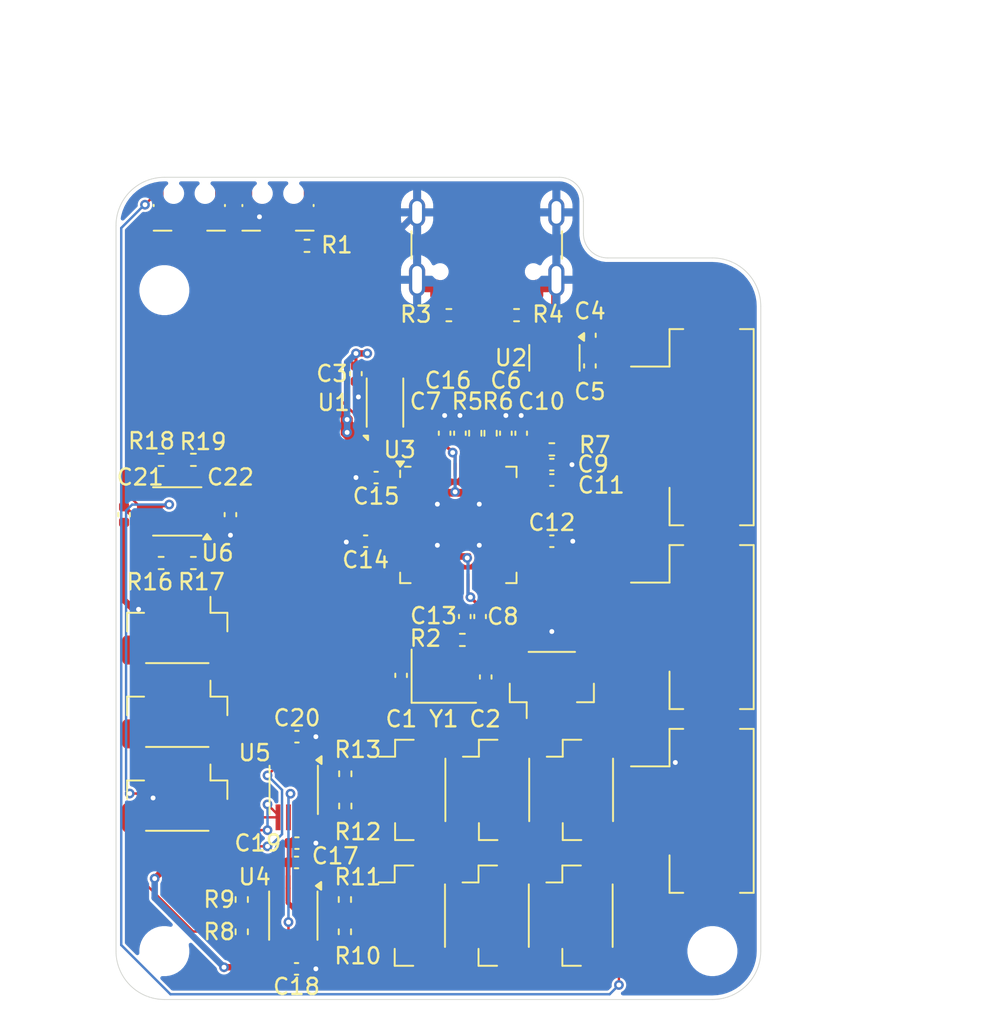
<source format=kicad_pcb>
(kicad_pcb (version 20240108) (generator "pcbnew") (generator_version "8.0")
  (layers (0 "F.Cu" signal) (31 "B.Cu" signal) (34 "B.Paste" user) (35 "F.Paste" user) (36 "B.SilkS" user "B.Silkscreen") (37 "F.SilkS" user "F.Silkscreen") (38 "B.Mask" user) (39 "F.Mask" user) (44 "Edge.Cuts" user))
  (net 0 "")
  (net 1 "GND")
  (net 3 "+5V")
  (net 4 "+3V3")
  (net 5 "+1V1")
  (net 6 "/3V3_ADC")
  (net 7 "/XIN")
  (net 8 "/USB_DP")
  (net 9 "/D+")
  (net 10 "/USB_DN")
  (net 11 "/D-")
  (net 12 "/QSPI_SS")
  (net 13 "/XOUT")
  (net 14 "/RUN")
  (net 16 "/QSPI_IO0")
  (net 17 "/QSPI_SCLK")
  (net 18 "/QSPI_IO1")
  (net 19 "/QSPI_IO2")
  (net 20 "/QSPI_IO3")
  (net 37 "/CC2")
  (net 38 "/CC1")
  (net 39 "/XOUT_NP")
  (net 40 "/BTSL")
  (net 41 "/SWDIO")
  (net 42 "/SWCLK")
  (net 43 "/TOP{slash}SCL")
  (net 44 "/TOP{slash}SDA")
  (net 45 "/BOT{slash}SCL")
  (net 46 "/BOT{slash}SDA")
  (net 47 "/MID{slash}SCL")
  (net 48 "/MID{slash}SDA")
  (net 50 "/TOP{slash}DOUT")
  (net 51 "/TOP{slash}SDOUT")
  (net 52 "/MID{slash}DOUT")
  (net 53 "/BOT{slash}DOUT")
  (net 54 "/I2C_E")
  (net 58 "/I2C1{slash}SCL")
  (net 59 "/I2C1{slash}SDA")
  (net 60 "/I2C0{slash}SCL")
  (net 61 "/I2C0{slash}SDA")
  (footprint "Resistor_SMD:R_0402_1005Metric" (layer "F.Cu") (at 121.225 87 -90)
    (property "Reference" "R13")
    (property "Value" "2.2k")
  )
  (footprint "Capacitor_SMD:C_0402_1005Metric" (layer "F.Cu") (at 136.4 61.7 90)
    (property "Reference" "C5")
    (property "Value" "2u2")
  )
  (footprint "Capacitor_SMD:C_0402_1005Metric" (layer "F.Cu") (at 129.5875 77.245 -90)
    (property "Reference" "C8")
    (property "Value" "100n")
  )
  (footprint "Capacitor_SMD:C_0402_1005Metric" (layer "F.Cu") (at 136.4 59.8 -90)
    (property "Reference" "C4")
    (property "Value" "2u2")
  )
  (footprint "Package_TO_SOT_SMD:SOT-23-5" (layer "F.Cu") (at 134.2 61.2 -90)
    (property "Reference" "U2")
    (property "Value" "TLV75733PDBV")
  )
  (footprint "Capacitor_SMD:C_0402_1005Metric" (layer "F.Cu") (at 134.0375 68.775)
    (property "Reference" "C11")
    (property "Value" "100n")
  )
  (footprint "woodpecker:JST_SH_BM04B-SRSS-TB_1x04-1MP_P1.00mm_Vertical" (layer "F.Cu") (at 135.8 95.8 -90)
    (property "Reference" "J6" (hide yes))
    (property "Value" "JST SH 4")
  )
  (footprint "Resistor_SMD:R_0402_1005Metric" (layer "F.Cu") (at 111.8 73.925 180)
    (property "Reference" "R17")
    (property "Value" "2.2k")
  )
  (footprint "Package_SO:SSOP-8_2.95x2.8mm_P0.65mm" (layer "F.Cu") (at 118.025 88 -90)
    (property "Reference" "U5")
    (property "Value" "TCA9406DCTR")
  )
  (footprint "Connector_USB:USB_C_Receptacle_GCT_USB4105-xx-A_16P_TopMnt_Horizontal" (layer "F.Cu") (at 130 53.25 180)
    (property "Reference" "J1" (hide yes))
    (property "Value" "USB_C_Receptacle_USB2.0_16P")
  )
  (footprint "Capacitor_SMD:C_0402_1005Metric" (layer "F.Cu") (at 118.2 92.5)
    (property "Reference" "C17")
    (property "Value" "100n")
  )
  (footprint "Capacitor_SMD:C_0402_1005Metric" (layer "F.Cu") (at 118.2 99.1)
    (property "Reference" "C18")
    (property "Value" "100n")
  )
  (footprint "Capacitor_SMD:C_0402_1005Metric" (layer "F.Cu") (at 114.1 70.925 -90)
    (property "Reference" "C22")
    (property "Value" "100n")
  )
  (footprint "Resistor_SMD:R_0402_1005Metric" (layer "F.Cu") (at 131.85 58.55)
    (property "Reference" "R4")
    (property "Value" "5.1k")
  )
  (footprint "Resistor_SMD:R_0402_1005Metric" (layer "F.Cu") (at 121.2 96.8 90)
    (property "Reference" "R10")
    (property "Value" "2.2k")
  )
  (footprint "woodpecker:JST_PH_B3B-PH-SM4-TB_1x03-1MP_P2.00mm_Vertical" (layer "F.Cu") (at 142.2 77.9 -90)
    (property "Reference" "J13" (hide yes))
    (property "Value" "JST PH 3")
  )
  (footprint "Capacitor_SMD:C_0402_1005Metric" (layer "F.Cu") (at 132.1375 65.875 90)
    (property "Reference" "C10")
    (property "Value" "2u2")
  )
  (footprint "Resistor_SMD:R_0402_1005Metric" (layer "F.Cu") (at 121.2 94.8 -90)
    (property "Reference" "R11")
    (property "Value" "2.2k")
  )
  (footprint "Resistor_SMD:R_0402_1005Metric" (layer "F.Cu") (at 111.8 67.525 180)
    (property "Reference" "R19")
    (property "Value" "5.1k")
  )
  (footprint "woodpecker:JST_PH_B4B-PH-SM4-TB_1x04-1MP_P2.00mm_Vertical" (layer "F.Cu") (at 142.2 65.5 -90)
    (property "Reference" "J12" (hide yes))
    (property "Value" "JST PH 4")
  )
  (footprint "woodpecker:JST_SH_BM04B-SRSS-TB_1x04-1MP_P1.00mm_Vertical" (layer "F.Cu") (at 110.8 88.525 180)
    (property "Reference" "J4" (hide yes))
    (property "Value" "JST SH 4")
  )
  (footprint "woodpecker:JST_SH_BM04B-SRSS-TB_1x04-1MP_P1.00mm_Vertical" (layer "F.Cu") (at 130.625 88 -90)
    (property "Reference" "J10" (hide yes))
    (property "Value" "JST SH 4")
  )
  (footprint "woodpecker:JST_SH_BM04B-SRSS-TB_1x04-1MP_P1.00mm_Vertical" (layer "F.Cu") (at 125.425 88 -90)
    (property "Reference" "J11" (hide yes))
    (property "Value" "JST SH 4")
  )
  (footprint "Capacitor_SMD:C_0402_1005Metric" (layer "F.Cu") (at 123.1375 68.625 180)
    (property "Reference" "C15")
    (property "Value" "100n")
  )
  (footprint "Capacitor_SMD:C_0402_1005Metric" (layer "F.Cu") (at 118.225 91.3)
    (property "Reference" "C19")
    (property "Value" "100n")
  )
  (footprint "MountingHole:MountingHole_2.7mm_M2.5" (layer "F.Cu") (at 110 98)
    (property "Reference" "REF**" (hide yes))
    (property "Value" "MountingHole_2.7mm_M2.5")
  )
  (footprint "woodpecker:JST_SH_BM04B-SRSS-TB_1x04-1MP_P1.00mm_Vertical" (layer "F.Cu") (at 130.6 95.8 -90)
    (property "Reference" "J8" (hide yes))
    (property "Value" "JST SH 4")
  )
  (footprint "Resistor_SMD:R_0402_1005Metric" (layer "F.Cu") (at 109.8 73.925)
    (property "Reference" "R16")
    (property "Value" "2.2k")
  )
  (footprint "Resistor_SMD:R_0402_1005Metric" (layer "F.Cu") (at 130.2375 65.875 90)
    (property "Reference" "R6")
    (property "Value" "27")
  )
  (footprint "Package_SO:SSOP-8_2.95x2.8mm_P0.65mm" (layer "F.Cu") (at 118 95.8 -90)
    (property "Reference" "U4")
    (property "Value" "TCA9406DCTR")
  )
  (footprint "Capacitor_SMD:C_0402_1005Metric" (layer "F.Cu") (at 124.6875 80.895 90)
    (property "Reference" "C1")
    (property "Value" "15p")
  )
  (footprint "woodpecker:JST_SH_BM04B-SRSS-TB_1x04-1MP_P1.00mm_Vertical" (layer "F.Cu") (at 110.8 78.125 180)
    (property "Reference" "J5" (hide yes))
    (property "Value" "JST SH 4")
  )
  (footprint "woodpecker:JST_PH_B3B-PH-SM4-TB_1x03-1MP_P2.00mm_Vertical" (layer "F.Cu") (at 142.2 89.3 -90)
    (property "Reference" "J14" (hide yes))
    (property "Value" "JST PH 3")
  )
  (footprint "Button_Switch_SMD:SW_SPST_CK_KMS2xxGP" (layer "F.Cu") (at 117.05 51.75 180)
    (property "Reference" "BOOTSEL1" (hide yes))
    (property "Value" "CK_KMS2xxG")
  )
  (footprint "MountingHole:MountingHole_2.7mm_M2.5" (layer "F.Cu") (at 144 98)
    (property "Reference" "REF**" (hide yes))
    (property "Value" "MountingHole_2.7mm_M2.5")
  )
  (footprint "woodpecker:JST_SH_BM04B-SRSS-TB_1x04-1MP_P1.00mm_Vertical" (layer "F.Cu") (at 135.825 88 -90)
    (property "Reference" "J9" (hide yes))
    (property "Value" "JST SH 4")
  )
  (footprint "Capacitor_SMD:C_0402_1005Metric" (layer "F.Cu") (at 107.5 70.925 -90)
    (property "Reference" "C21")
    (property "Value" "100n")
  )
  (footprint "Resistor_SMD:R_0402_1005Metric" (layer "F.Cu") (at 121.225 89 90)
    (property "Reference" "R12")
    (property "Value" "2.2k")
  )
  (footprint "woodpecker:JST_SH_BM04B-SRSS-TB_1x04-1MP_P1.00mm_Vertical" (layer "F.Cu") (at 125.4 95.8 -90)
    (property "Reference" "J7" (hide yes))
    (property "Value" "JST SH 4")
  )
  (footprint "Capacitor_SMD:C_0402_1005Metric" (layer "F.Cu") (at 122.4875 72.575 180)
    (property "Reference" "C14")
    (property "Value" "100n")
  )
  (footprint "Capacitor_SMD:C_0402_1005Metric" (layer "F.Cu") (at 131.1875 65.875 90)
    (property "Reference" "C6")
    (property "Value" "2u2")
  )
  (footprint "Resistor_SMD:R_0402_1005Metric" (layer "F.Cu") (at 118.85 54.25)
    (property "Reference" "R1")
    (property "Value" "1k")
  )
  (footprint "Capacitor_SMD:C_0402_1005Metric" (layer "F.Cu") (at 118.225 84.7)
    (property "Reference" "C20")
    (property "Value" "100n")
  )
  (footprint "Resistor_SMD:R_0402_1005Metric" (layer "F.Cu") (at 129.2875 65.875 -90)
    (property "Reference" "R5")
    (property "Value" "27")
  )
  (footprint "Capacitor_SMD:C_0402_1005Metric" (layer "F.Cu") (at 121.8825 62.18 -90)
    (property "Reference" "C3")
    (property "Value" "100n")
  )
  (footprint "Capacitor_SMD:C_0402_1005Metric" (layer "F.Cu") (at 134.0375 72.575)
    (property "Reference" "C12")
    (property "Value" "100n")
  )
  (footprint "Resistor_SMD:R_0402_1005Metric" (layer "F.Cu") (at 114.8 96.8 90)
    (property "Reference" "R8")
    (property "Value" "5.1k")
  )
  (footprint "Capacitor_SMD:C_0402_1005Metric" (layer "F.Cu") (at 129.9375 80.995 -90)
    (property "Reference" "C2")
    (property "Value" "15p")
  )
  (footprint "MountingHole:MountingHole_2.7mm_M2.5" (layer "F.Cu") (at 110 57)
    (property "Reference" "REF**" (hide yes))
    (property "Value" "MountingHole_2.7mm_M2.5")
  )
  (footprint "Resistor_SMD:R_0402_1005Metric" (layer "F.Cu") (at 109.8 67.525)
    (property "Reference" "R18")
    (property "Value" "5.1k")
  )
  (footprint "woodpecker:JST_SH_BM03B-SRSS-TB_1x03-1MP_P1.00mm_Vertical" (layer "F.Cu") (at 134.0375 81.45)
    (property "Reference" "J2" (hide yes))
    (property "Value" "JST SH 3")
  )
  (footprint "Button_Switch_SMD:SW_SPST_CK_KMS2xxGP" (layer "F.Cu") (at 111.55 51.75 180)
    (property "Reference" "RESET1" (hide yes))
    (property "Value" "CK_KMS2xxG")
  )
  (footprint "Resistor_SMD:R_0402_1005Metric" (layer "F.Cu") (at 114.8 94.8 -90)
    (property "Reference" "R9")
    (property "Value" "5.1k")
  )
  (footprint "Package_SON:Winbond_USON-8-1EP_3x2mm_P0.5mm_EP0.2x1.6mm" (layer "F.Cu") (at 123.6875 63.975 90)
    (property "Reference" "U1")
    (property "Value" "W25Q16JVUXIQ")
  )
  (footprint "Capacitor_SMD:C_0402_1005Metric" (layer "F.Cu") (at 127.3875 65.875 90)
    (property "Reference" "C7")
    (property "Value" "100n")
  )
  (footprint "Resistor_SMD:R_0402_1005Metric" (layer "F.Cu") (at 127.65 58.55 180)
    (property "Reference" "R3")
    (property "Value" "5.1k")
  )
  (footprint "Crystal:Crystal_SMD_3225-4Pin_3.2x2.5mm" (layer "F.Cu") (at 127.3375 80.945)
    (property "Reference" "Y1")
    (property "Value" "ABM8-272-T3")
  )
  (footprint "Capacitor_SMD:C_0402_1005Metric" (layer "F.Cu") (at 128.6375 77.245 -90)
    (property "Reference" "C13")
    (property "Value" "100n")
  )
  (footprint "Capacitor_SMD:C_0402_1005Metric" (layer "F.Cu") (at 128.3375 65.875 90)
    (property "Reference" "C16")
    (property "Value" "100n")
  )
  (footprint "Resistor_SMD:R_0402_1005Metric" (layer "F.Cu") (at 134.0375 66.875 180)
    (property "Reference" "R7")
    (property "Value" "200")
  )
  (footprint "woodpecker:JST_SH_BM04B-SRSS-TB_1x04-1MP_P1.00mm_Vertical" (layer "F.Cu") (at 110.8 83.325 180)
    (property "Reference" "J3" (hide yes))
    (property "Value" "JST SH 4")
  )
  (footprint "Capacitor_SMD:C_0402_1005Metric" (layer "F.Cu") (at 134.0375 67.825)
    (property "Reference" "C9")
    (property "Value" "2u2")
  )
  (footprint "Resistor_SMD:R_0402_1005Metric" (layer "F.Cu") (at 128.4875 78.695)
    (property "Reference" "R2")
    (property "Value" "1k")
  )
  (footprint "Package_SO:SSOP-8_2.95x2.8mm_P0.65mm" (layer "F.Cu") (at 110.8 70.725 180)
    (property "Reference" "U6")
    (property "Value" "TCA9406DCTR")
  )
  (footprint "Package_DFN_QFN:QFN-56-1EP_7x7mm_P0.4mm_EP3.2x3.2mm" (layer "F.Cu") (at 128.2375 71.5625)
    (property "Reference" "U3")
    (property "Value" "RP2040")
  )
  (gr_arc (start 144 55) (mid 146.12132 55.87868) (end 147 58) (stroke (width 0.05)) (layer "Edge.Cuts"))
  (gr_arc (start 134.5 50) (mid 135.56066 50.43934) (end 136 51.5) (stroke (width 0.05)) (layer "Edge.Cuts"))
  (gr_line (start 137.5 55) (end 144 55) (stroke (width 0.05)) (layer "Edge.Cuts"))
  (gr_line (start 144 101) (end 110 101) (stroke (width 0.05)) (layer "Edge.Cuts"))
  (gr_line (start 136 51.5) (end 136 53.5) (stroke (width 0.05)) (layer "Edge.Cuts"))
  (gr_arc (start 137.5 55) (mid 136.43934 54.56066) (end 136 53.5) (stroke (width 0.05)) (layer "Edge.Cuts"))
  (gr_arc (start 107 53) (mid 107.87868 50.87868) (end 110 50) (stroke (width 0.05)) (layer "Edge.Cuts"))
  (gr_arc (start 147 98) (mid 146.12132 100.12132) (end 144 101) (stroke (width 0.05)) (layer "Edge.Cuts"))
  (gr_line (start 107 98) (end 107 53) (stroke (width 0.05)) (layer "Edge.Cuts"))
  (gr_line (start 147 58) (end 147 98) (stroke (width 0.05)) (layer "Edge.Cuts"))
  (gr_arc (start 110 101) (mid 107.87868 100.12132) (end 107 98) (stroke (width 0.05)) (layer "Edge.Cuts"))
  (gr_line (start 110 50) (end 134.5 50) (stroke (width 0.05)) (layer "Edge.Cuts"))
  (segment (start 118.68 99.1) (end 119.4 99.1) (width 0.4) (layer "F.Cu") (net 1))
  (segment (start 107.5 76.225) (end 108.075 76.8) (width 0.4) (layer "F.Cu") (net 1))
  (segment (start 118.325 92.855) (end 118.68 92.5) (width 0.3) (layer "F.Cu") (net 1))
  (segment (start 121.9575 72.625) (end 122.0075 72.575) (width 0.4) (layer "F.Cu") (net 1))
  (segment (start 129.9375 81.475) (end 128.7575 81.475) (width 0.4) (layer "F.Cu") (net 1))
  (segment (start 134.2 60.0625) (end 134.2 60.736262) (width 0.4) (layer "F.Cu") (net 1))
  (segment (start 126.8 58.21) (end 127.14 58.55) (width 0.4) (layer "F.Cu") (net 1))
  (segment (start 134.2 56.475) (end 134.32 56.355) (width 0.4) (layer "F.Cu") (net 1))
  (segment (start 129.9375 81.475) (end 129.9375 82.695) (width 0.4) (layer "F.Cu") (net 1))
  (segment (start 137.02 61.22) (end 136.4 61.22) (width 0.4) (layer "F.Cu") (net 1))
  (segment (start 134.5175 67.825) (end 134.5175 68.775) (width 0.4) (layer "F.Cu") (net 1))
  (segment (start 126.8 56.93) (end 126.8 58.21) (width 0.4) (layer "F.Cu") (net 1))
  (segment (start 122.35 53.2) (end 124.655 53.2) (width 0.4) (layer "F.Cu") (net 1))
  (segment (start 118.705 92.475) (end 118.68 92.5) (width 0.4) (layer "F.Cu") (net 1))
  (segment (start 115.8 52.55) (end 115.9 52.45) (width 0.4) (layer "F.Cu") (net 1))
  (segment (start 126.2375 78.395) (end 126.2375 80.095) (width 0.2) (layer "F.Cu") (net 1))
  (segment (start 115 52.55) (end 115.8 52.55) (width 0.4) (layer "F.Cu") (net 1))
  (segment (start 128.6375 77.725) (end 129.5875 77.725) (width 0.4) (layer "F.Cu") (net 1))
  (segment (start 125.9175 80.415) (end 126.2375 80.095) (width 0.4) (layer "F.Cu") (net 1))
  (segment (start 134.683738 61.22) (end 136.4 61.22) (width 0.4) (layer "F.Cu") (net 1))
  (segment (start 119.4 99.1) (end 123.3 99.1) (width 0.4) (layer "F.Cu") (net 1))
  (segment (start 141.7 62.5) (end 138.3 62.5) (width 0.4) (layer "F.Cu") (net 1))
  (segment (start 123.9375 80.795) (end 124.3175 80.415) (width 0.4) (layer "F.Cu") (net 1))
  (segment (start 124.1 90.525) (end 124.1 89.5) (width 0.4) (layer "F.Cu") (net 1))
  (segment (start 113.6 52.55) (end 115 52.55) (width 0.4) (layer "F.Cu") (net 1))
  (segment (start 118.705 84.7) (end 119.4 84.7) (width 0.3) (layer "F.Cu") (net 1))
  (segment (start 134.2 60.0625) (end 134.2 56.475) (width 0.4) (layer "F.Cu") (net 1))
  (segment (start 133.2 56.93) (end 133.745 56.93) (width 0.4) (layer "F.Cu") (net 1))
  (segment (start 134.5175 72.575) (end 135.3375 72.575) (width 0.4) (layer "F.Cu") (net 1))
  (segment (start 124.655 53.2) (end 125.68 52.175) (width 0.4) (layer "F.Cu") (net 1))
  (segment (start 121.8875 68.625) (end 122.6575 68.625) (width 0.4) (layer "F.Cu") (net 1))
  (segment (start 124.3175 80.415) (end 124.6875 80.415) (width 0.4) (layer "F.Cu") (net 1))
  (segment (start 108.075 76.8) (end 109.3 76.8) (width 0.4) (layer "F.Cu") (net 1))
  (segment (start 134.0375 83.549999) (end 133.687499 83.9) (width 0.4) (layer "F.Cu") (net 1))
  (segment (start 134.0375 82.775) (end 134.0375 83.549999) (width 0.4) (layer "F.Cu") (net 1))
  (segment (start 114.1 71.405) (end 114.1 72.2) (width 0.3) (layer "F.Cu") (net 1))
  (segment (start 133.2 56.93) (end 133.2 58.2) (width 0.4) (layer "F.Cu") (net 1))
  (segment (start 133.2 58.2) (end 132.85 58.55) (width 0.4) (layer "F.Cu") (net 1))
  (segment (start 109.3 87.2) (end 109.3 82) (width 0.4) (layer "F.Cu") (net 1))
  (segment (start 124.075 97.3) (end 129.275 97.3) (width 0.4) (layer "F.Cu") (net 1))
  (segment (start 124.075 98.325) (end 124.075 97.3) (width 0.4) (layer "F.Cu") (net 1))
  (segment (start 130.5975 78.735) (end 129.5875 77.725) (width 0.4) (layer "F.Cu") (net 1))
  (segment (start 126.255 56.93) (end 125.68 56.355) (width 0.4) (layer "F.Cu") (net 1))
  (segment (start 121.8825 63.47) (end 122.0375 63.625) (width 0.4) (layer "F.Cu") (net 1))
  (segment (start 129.5875 83.045) (end 124.4875 83.045) (width 0.4) (layer "F.Cu") (net 1))
  (segment (start 124.4375 64.950001) (end 124.062499 64.575) (width 0.2) (layer "F.Cu") (net 1))
  (segment (start 113.745 71.05) (end 114.1 71.405) (width 0.3) (layer "F.Cu") (net 1))
  (segment (start 123.3 99.1) (end 124.075 98.325) (width 0.4) (layer "F.Cu") (net 1))
  (segment (start 133.687499 83.9) (end 131.3375 83.9) (width 0.4) (layer "F.Cu") (net 1))
  (segment (start 141.7 73.8) (end 141.7 75.9) (width 0.4) (layer "F.Cu") (net 1))
  (segment (start 118.325 94.1) (end 118.325 92.855) (width 0.3) (layer "F.Cu") (net 1))
  (segment (start 134.2 60.736262) (end 134.683738 61.22) (width 0.4) (layer "F.Cu") (net 1))
  (segment (start 121.8825 62.66) (end 121.8825 63.47) (width 0.4) (layer "F.Cu") (net 1))
  (segment (start 122.0375 64.275) (end 122.0375 63.625) (width 0.2) (layer "F.Cu") (net 1))
  (segment (start 131.3375 83.9) (end 129.9375 82.5) (width 0.4) (layer "F.Cu") (net 1))
  (segment (start 121.2875 72.625) (end 121.9575 72.625) (width 0.4) (layer "F.Cu") (net 1))
  (segment (start 107.5 71.405) (end 107.5 76.225) (width 0.4) (layer "F.Cu") (net 1))
  (segment (start 124.6875 80.415) (end 125.9175 80.415) (width 0.4) (layer "F.Cu") (net 1))
  (segment (start 133.745 56.93) (end 134.32 56.355) (width 0.4) (layer "F.Cu") (net 1))
  (segment (start 126.8 56.93) (end 126.255 56.93) (width 0.4) (layer "F.Cu") (net 1))
  (segment (start 124.1 89.5) (end 129.3 89.5) (width 0.4) (layer "F.Cu") (net 1))
  (segment (start 136.4 60.28) (end 136.4 61.22) (width 0.4) (layer "F.Cu") (net 1))
  (segment (start 109.3 82) (end 109.3 76.8) (width 0.4) (layer "F.Cu") (net 1))
  (segment (start 118.35 85.055) (end 118.705 84.7) (width 0.3) (layer "F.Cu") (net 1))
  (segment (start 118.705 91.3) (end 119.4 91.3) (width 0.4) (layer "F.Cu") (net 1))
  (segment (start 127.3875 64.775) (end 127.3875 65.395) (width 0.4) (layer "F.Cu") (net 1))
  (segment (start 128.7575 81.475) (end 128.4375 81.795) (width 0.4) (layer "F.Cu") (net 1))
  (segment (start 131.1875 65.395) (end 131.1875 64.775) (width 0.4) (layer "F.Cu") (net 1))
  (segment (start 130.325 81.475) (end 130.5975 81.2025) (width 0.4) (layer "F.Cu") (net 1))
  (segment (start 140.475 72.575) (end 141.7 73.8) (width 0.4) (layer "F.Cu") (net 1))
  (segment (start 124.062499 64.575) (end 122.3375 64.575) (width 0.2) (layer "F.Cu") (net 1))
  (segment (start 135.2875 67.825) (end 134.5175 67.825) (width 0.4) (layer "F.Cu") (net 1))
  (segment (start 118.35 86.3) (end 118.35 85.055) (width 0.3) (layer "F.Cu") (net 1))
  (segment (start 127.2375 75) (end 127.2375 77.395) (width 0.2) (layer "F.Cu") (net 1))
  (segment (start 124.4375 65.4) (end 124.4375 64.950001) (width 0.2) (layer "F.Cu") (net 1))
  (segment (start 138.3 62.5) (end 137.02 61.22) (width 0.4) (layer "F.Cu") (net 1))
  (segment (start 132.85 58.55) (end 132.36 58.55) (width 0.4) (layer "F.Cu") (net 1))
  (segment (start 132.1375 64.775) (end 132.1375 65.395) (width 0.4) (layer "F.Cu") (net 1))
  (segment (start 129.275 97.3) (end 134.475 97.3) (width 0.4) (layer "F.Cu") (net 1))
  (segment (start 128.3375 64.775) (end 128.3375 65.395) (width 0.4) (layer "F.Cu") (net 1))
  (segment (start 109.5 52.55) (end 113.6 52.55) (width 0.4) (layer "F.Cu") (net 1))
  (segment (start 141.7 87.3) (end 141.7 86.3) (width 0.4) (layer "F.Cu") (net 1))
  (segment (start 123.325 91.3) (end 124.1 90.525) (width 0.4) (layer "F.Cu") (net 1))
  (segment (start 124.4875 83.045) (end 123.9375 82.495) (width 0.4) (layer "F.Cu") (net 1))
  (segment (start 123.9375 82.495) (end 123.9375 80.795) (width 0.4) (layer "F.Cu") (net 1))
  (segment (start 134.0375 78.175) (end 134.0375 82.775) (width 0.4) (layer "F.Cu") (net 1))
  (segment (start 112.5 71.05) (end 113.745 71.05) (width 0.3) (layer "F.Cu") (net 1))
  (segment (start 122.3375 64.575) (end 122.0375 64.275) (width 0.2) (layer "F.Cu") (net 1))
  (segment (start 108.4 76.8) (end 109.3 76.8) (width 0.4) (layer "F.Cu") (net 1))
  (segment (start 119.4 91.3) (end 123.325 91.3) (width 0.4) (layer "F.Cu") (net 1))
  (segment (start 118.705 91.3) (end 118.705 92.475) (width 0.4) (layer "F.Cu") (net 1))
  (segment (start 127.2375 77.395) (end 126.2375 78.395) (width 0.2) (layer "F.Cu") (net 1))
  (segment (start 134.5 89.5) (end 129.3 89.5) (width 0.4) (layer "F.Cu") (net 1))
  (segment (start 130.5975 81.2025) (end 130.5975 78.735) (width 0.4) (layer "F.Cu") (net 1))
  (segment (start 109.3 87.2) (end 109.3 88.5) (width 0.4) (layer "F.Cu") (net 1))
  (segment (start 129.9375 81.475) (end 130.325 81.475) (width 0.4) (layer "F.Cu") (net 1))
  (segment (start 129.9375 82.695) (end 129.5875 83.045) (width 0.4) (layer "F.Cu") (net 1))
  (segment (start 135.3375 72.575) (end 140.475 72.575) (width 0.4) (layer "F.Cu") (net 1))
  (via (at 114.1 72.2) (size 0.6) (drill 0.3) (layers "F.Cu" "B.Cu") (net 1))
  (via (at 126.9375 72.825) (size 0.6) (drill 0.3) (layers "F.Cu" "B.Cu") (net 1))
  (via (at 132.1375 64.775) (size 0.6) (drill 0.3) (layers "F.Cu" "B.Cu") (net 1))
  (via (at 131.1875 64.775) (size 0.6) (drill 0.3) (layers "F.Cu" "B.Cu") (net 1))
  (via (at 121.8875 68.625) (size 0.6) (drill 0.3) (layers "F.Cu" "B.Cu") (net 1))
  (via (at 129.5375 70.275) (size 0.6) (drill 0.3) (layers "F.Cu" "B.Cu") (net 1))
  (via (at 108.4 76.8) (size 0.6) (drill 0.3) (layers "F.Cu" "B.Cu") (net 1))
  (via (at 141.7 86.3) (size 0.6) (drill 0.3) (layers "F.Cu" "B.Cu") (net 1))
  (via (at 128.3375 64.775) (size 0.6) (drill 0.3) (layers "F.Cu" "B.Cu") (net 1))
  (via (at 135.2875 67.825) (size 0.6) (drill 0.3) (layers "F.Cu" "B.Cu") (net 1))
  (via (at 135.3375 72.575) (size 0.6) (drill 0.3) (layers "F.Cu" "B.Cu") (net 1))
  (via (at 119.4 84.7) (size 0.6) (drill 0.3) (layers "F.Cu" "B.Cu") (net 1))
  (via (at 119.4 99.1) (size 0.6) (drill 0.3) (layers "F.Cu" "B.Cu") (net 1))
  (via (at 134.0375 78.175) (size 0.6) (drill 0.3) (layers "F.Cu" "B.Cu") (net 1))
  (via (at 115.9 52.45) (size 0.6) (drill 0.3) (layers "F.Cu" "B.Cu") (net 1))
  (via (at 121.2875 72.625) (size 0.6) (drill 0.3) (layers "F.Cu" "B.Cu") (net 1))
  (via (at 109.3 88.5) (size 0.6) (drill 0.3) (layers "F.Cu" "B.Cu") (net 1))
  (via (at 129.5375 72.825) (size 0.6) (drill 0.3) (layers "F.Cu" "B.Cu") (net 1))
  (via (at 119.4 91.3) (size 0.6) (drill 0.3) (layers "F.Cu" "B.Cu") (net 1))
  (via (at 122.0375 63.625) (size 0.6) (drill 0.3) (layers "F.Cu" "B.Cu") (net 1))
  (via (at 127.3875 64.775) (size 0.6) (drill 0.3) (layers "F.Cu" "B.Cu") (net 1))
  (via (at 126.9375 70.275) (size 0.6) (drill 0.3) (layers "F.Cu" "B.Cu") (net 1))
  (segment (start 119.4 99.1) (end 119.4 91.3) (width 0.3) (layer "B.Cu") (net 1))
  (segment (start 132.5575 64.355) (end 132.1375 64.775) (width 0.4) (layer "B.Cu") (net 1))
  (segment (start 129.5375 72.825) (end 126.9375 72.825) (width 0.4) (layer "B.Cu") (net 1))
  (segment (start 126.9375 72.825) (end 121.4875 72.825) (width 0.4) (layer "B.Cu") (net 1))
  (segment (start 126.9375 70.275) (end 126.9375 72.825) (width 0.4) (layer "B.Cu") (net 1))
  (segment (start 125.68 56.355) (end 125.905 56.58) (width 0.4) (layer "B.Cu") (net 1))
  (segment (start 125.905 56.58) (end 134.095 56.58) (width 0.4) (layer "B.Cu") (net 1))
  (segment (start 113.1 84.7) (end 119.4 84.7) (width 0.4) (layer "B.Cu") (net 1))
  (segment (start 134.095 56.58) (end 134.32 56.355) (width 0.4) (layer "B.Cu") (net 1))
  (segment (start 122.0375 63.625) (end 122.0375 68.475) (width 0.4) (layer "B.Cu") (net 1))
  (segment (start 108.4 76.8) (end 108.4 73.7) (width 0.3) (layer "B.Cu") (net 1))
  (segment (start 134.32 56.355) (end 134.32 52.175) (width 0.4) (layer "B.Cu") (net 1))
  (segment (start 135.2875 65.825) (end 134.2375 64.775) (width 0.4) (layer "B.Cu") (net 1))
  (segment (start 134.0375 78.6375) (end 134.0375 78.175) (width 0.4) (layer "B.Cu") (net 1))
  (segment (start 134.2375 64.775) (end 132.1375 64.775) (width 0.4) (layer "B.Cu") (net 1))
  (segment (start 128.3375 64.775) (end 127.3875 64.775) (width 0.4) (layer "B.Cu") (net 1))
  (segment (start 135.3375 67.875) (end 135.2875 67.825) (width 0.4) (layer "B.Cu") (net 1))
  (segment (start 121.2875 69.225) (end 121.8875 68.625) (width 0.4) (layer "B.Cu") (net 1))
  (segment (start 135.3375 76.875) (end 135.3375 72.575) (width 0.4) (layer "B.Cu") (net 1))
  (segment (start 131.1875 64.775) (end 132.1375 64.775) (width 0.4) (layer "B.Cu") (net 1))
  (segment (start 135.3375 72.575) (end 135.3375 67.875) (width 0.4) (layer "B.Cu") (net 1))
  (segment (start 141.7 86.3) (end 134.0375 78.6375) (width 0.4) (layer "B.Cu") (net 1))
  (segment (start 134.0375 78.175) (end 135.3375 76.875) (width 0.4) (layer "B.Cu") (net 1))
  (segment (start 135.2875 67.825) (end 135.2875 65.825) (width 0.4) (layer "B.Cu") (net 1))
  (segment (start 122.0375 68.475) (end 121.8875 68.625) (width 0.4) (layer "B.Cu") (net 1))
  (segment (start 119.4 84.7) (end 119.4 91.3) (width 0.3) (layer "B.Cu") (net 1))
  (segment (start 119.15 53.1) (end 124.755 53.1) (width 0.4) (layer "B.Cu") (net 1))
  (segment (start 108.4 73.7) (end 109.9 72.2) (width 0.3) (layer "B.Cu") (net 1))
  (segment (start 124.755 53.1) (end 125.68 52.175) (width 0.4) (layer "B.Cu") (net 1))
  (segment (start 131.1875 64.775) (end 128.3375 64.775) (width 0.4) (layer "B.Cu") (net 1))
  (segment (start 109.9 72.2) (end 114.1 72.2) (width 0.3) (layer "B.Cu") (net 1))
  (segment (start 135.3375 72.575) (end 129.7875 72.575) (width 0.4) (layer "B.Cu") (net 1))
  (segment (start 121.2875 72.625) (end 121.2875 69.225) (width 0.4) (layer "B.Cu") (net 1))
  (segment (start 129.7875 72.575) (end 129.5375 72.825) (width 0.4) (layer "B.Cu") (net 1))
  (segment (start 125.68 56.355) (end 125.68 52.175) (width 0.4) (layer "B.Cu") (net 1))
  (segment (start 134.32 56.355) (end 134.32 67.83) (width 0.4) (layer "B.Cu") (net 1))
  (segment (start 109.3 88.5) (end 113.1 84.7) (width 0.4) (layer "B.Cu") (net 1))
  (segment (start 121.4875 72.825) (end 121.2875 72.625) (width 0.4) (layer "B.Cu") (net 1))
  (segment (start 141.7 79.9) (end 145 79.9) (width 0.4) (layer "F.Cu") (net 3))
  (segment (start 136.4 59.32) (end 136.4 57.6) (width 0.4) (layer "F.Cu") (net 3))
  (segment (start 136.4 57.6) (end 136.4 56.5) (width 0.4) (layer "F.Cu") (net 3))
  (segment (start 136.4 56.5) (end 136.4 56.1) (width 0.4) (layer "F.Cu") (net 3))
  (segment (start 136.4 56.1) (end 134.9 54.6) (width 0.4) (layer "F.Cu") (net 3))
  (segment (start 132.4 57.677142) (end 132.4 56.93) (width 0.15) (layer "F.Cu") (net 3))
  (segment (start 136.4 59.32) (end 139.32 59.32) (width 0.4) (layer "F.Cu") (net 3))
  (segment (start 146.3 69.8) (end 146.3 78.6) (width 0.4) (layer "F.Cu") (net 3))
  (segment (start 131.99812 54.6) (end 131.29812 55.3) (width 0.4) (layer "F.Cu") (net 3))
  (segment (start 131.865 58.212142) (end 132.4 57.677142) (width 0.15) (layer "F.Cu") (net 3))
  (segment (start 131.29812 55.3) (end 132.4 56.40188) (width 0.4) (layer "F.Cu") (net 3))
  (segment (start 133.25 60.0625) (end 132.5625 60.0625) (width 0.15) (layer "F.Cu") (net 3))
  (segment (start 146.3 78.6) (end 145 79.9) (width 0.4) (layer "F.Cu") (net 3))
  (segment (start 134.9 54.6) (end 131.99812 54.6) (width 0.4) (layer "F.Cu") (net 3))
  (segment (start 139.32 59.32) (end 141.6 61.6) (width 0.4) (layer "F.Cu") (net 3))
  (segment (start 127.6 56.93) (end 127.6 56.40188) (width 0.4) (layer "F.Cu") (net 3))
  (segment (start 128.70188 55.3) (end 131.29812 55.3) (width 0.4) (layer "F.Cu") (net 3))
  (segment (start 145 68.5) (end 146.3 69.8) (width 0.4) (layer "F.Cu") (net 3))
  (segment (start 145 91.3) (end 141.7 91.3) (width 0.4) (layer "F.Cu") (net 3))
  (segment (start 141.6 61.6) (end 145.3 61.6) (width 0.4) (layer "F.Cu") (net 3))
  (segment (start 136.4 59.32) (end 135.8925 59.32) (width 0.4) (layer "F.Cu") (net 3))
  (segment (start 145.3 61.6) (end 146.4 62.7) (width 0.4) (layer "F.Cu") (net 3))
  (segment (start 132.5625 60.0625) (end 131.865 59.365) (width 0.15) (layer "F.Cu") (net 3))
  (segment (start 131.865 59.365) (end 131.865 58.212142) (width 0.15) (layer "F.Cu") (net 3))
  (segment (start 146.5 81.4) (end 146.5 89.8) (width 0.4) (layer "F.Cu") (net 3))
  (segment (start 135.8925 59.32) (end 135.15 60.0625) (width 0.4) (layer "F.Cu") (net 3))
  (segment (start 146.4 67.1) (end 145 68.5) (width 0.4) (layer "F.Cu") (net 3))
  (segment (start 145 79.9) (end 146.5 81.4) (width 0.4) (layer "F.Cu") (net 3))
  (segment (start 127.6 56.40188) (end 128.70188 55.3) (width 0.4) (layer "F.Cu") (net 3))
  (segment (start 141.7 68.5) (end 145 68.5) (width 0.4) (layer "F.Cu") (net 3))
  (segment (start 146.5 89.8) (end 145 91.3) (width 0.4) (layer "F.Cu") (net 3))
  (segment (start 146.4 62.7) (end 146.4 67.1) (width 0.4) (layer "F.Cu") (net 3))
  (segment (start 132.4 56.40188) (end 132.4 56.93) (width 0.4) (layer "F.Cu") (net 3))
  (segment (start 135.1 94.3) (end 134.475 94.3) (width 0.4) (layer "F.Cu") (net 4))
  (segment (start 134.5 86.5) (end 129.3 86.5) (width 0.4) (layer "F.Cu") (net 4))
  (segment (start 130.4375 67.66185) (end 130.66185 67.4375) (width 0.2) (layer "F.Cu") (net 4))
  (segment (start 135.7 87.213738) (end 135.7 93.7) (width 0.4) (layer "F.Cu") (net 4))
  (segment (start 118.355 84.09) (end 120.215 84.09) (width 0.3) (layer "F.Cu") (net 4))
  (segment (start 113.7 99) (end 114.2 99) (width 0.4) (layer "F.Cu") (net 4))
  (segment (start 130.4375 68.125) (end 130.4375 67.66185) (width 0.2) (layer "F.Cu") (net 4))
  (segment (start 109.29 64.50896) (end 109.29 67.525) (width 0.4) (layer "F.Cu") (net 4))
  (segment (start 125.6375 72.525) (end 125.6375 69.0625) (width 0.2) (layer "F.Cu") (net 4))
  (segment (start 129.8375 74.225) (end 128.4375 74.225) (width 0.2) (layer "F.Cu") (net 4))
  (segment (start 130.66185 67.4375) (end 131.525 67.4375) (width 0.2) (layer "F.Cu") (net 4))
  (segment (start 128.4375 74.225) (end 128.4375 75) (width 0.2) (layer "F.Cu") (net 4))
  (segment (start 135.7 93.7) (end 135.1 94.3) (width 0.4) (layer "F.Cu") (net 4))
  (segment (start 121.2 98.1) (end 120.735 98.565) (width 0.15) (layer "F.Cu") (net 4))
  (segment (start 122.9375 62.55) (end 122.9375 61.925) (width 0.2) (layer "F.Cu") (net 4))
  (segment (start 126.0375 74.225) (end 125.6375 73.825) (width 0.2) (layer "F.Cu") (net 4))
  (segment (start 114.2 99) (end 114.8 98.4) (width 0.4) (layer "F.Cu") (net 4))
  (segment (start 129.3 86.5) (end 124.1 86.5) (width 0.4) (layer "F.Cu") (net 4))
  (segment (start 109.4 93.5) (end 112.3 90.6) (width 0.4) (layer "F.Cu") (net 4))
  (segment (start 117.7 86.3) (end 117.7 84.745) (width 0.3) (layer "F.Cu") (net 4))
  (segment (start 107.5 68.325) (end 108.3 67.525) (width 0.3) (layer "F.Cu") (net 4))
  (segment (start 128.4375 75) (end 128.4375 76.565) (width 0.2) (layer "F.Cu") (net 4))
  (segment (start 117.72 92.5) (end 115.5 92.5) (width 0.3) (layer "F.Cu") (net 4))
  (segment (start 133.8775 66.205) (end 132.2875 66.205) (width 0.4) (layer "F.Cu") (net 4))
  (segment (start 118.325 95.65) (end 117.675 95) (width 0.3) (layer "F.Cu") (net 4))
  (segment (start 123.6175 68.625) (end 123.6175 68.105) (width 0.2) (layer "F.Cu") (net 4))
  (segment (start 128.3375 66.355) (end 128.8375 66.855) (width 0.2) (layer "F.Cu") (net 4))
  (segment (start 133.37 68.9625) (end 133.5575 68.775) (width 0.2) (layer "F.Cu") (net 4))
  (segment (start 124.075 94.3) (end 121.21 94.3) (width 0.4) (layer "F.Cu") (net 4))
  (segment (start 109.1 71.05) (end 110.523529 71.05) (width 0.3) (layer "F.Cu") (net 4))
  (segment (start 128.3 68.9625) (end 128.4375 68.825) (width 0.2) (layer "F.Cu") (net 4))
  (segment (start 114.76 70.86) (end 114.345 70.445) (width 0.4) (layer "F.Cu") (net 4))
  (segment (start 122.9675 72.265001) (end 122.9675 72.575) (width 0.4) (layer "F.Cu") (net 4))
  (segment (start 124.1 86.5) (end 121.235 86.5) (width 0.4) (layer "F.Cu") (net 4))
  (segment (start 120.215 84.09) (end 121.225 85.1) (width 0.3) (layer "F.Cu") (net 4))
  (segment (start 130.6 72.5625) (end 130.5375 72.625) (width 0.2) (layer "F.Cu") (net 4))
  (segment (start 121.8875 60.925) (end 121.8825 60.93) (width 0.2) (layer "F.Cu") (net 4))
  (segment (start 135.15 62.3375) (end 135.15 66.15) (width 0.4) (layer "F.Cu") (net 4))
  (segment (start 124.8 72.5625) (end 125.6 72.5625) (width 0.2) (layer "F.Cu") (net 4))
  (segment (start 114.055 68.18) (end 113.4 67.525) (width 0.3) (layer "F.Cu") (net 4))
  (segment (start 113.475 73.925) (end 114.76 72.64) (width 0.4) (layer "F.Cu") (net 4))
  (segment (start 131.675 72.5625) (end 130.6 72.5625) (width 0.2) (layer "F.Cu") (net 4))
  (segment (start 114.76 71.8) (end 122.502499 71.8) (width 0.4) (layer "F.Cu") (net 4))
  (segment (start 132.2875 66.205) (end 132.1375 66.355) (width 0.4) (layer "F.Cu") (net 4))
  (segment (start 121.8825 60.93) (end 121.8825 61.7) (width 0.2) (layer "F.Cu") (net 4))
  (segment (start 117.745 84.7) (end 118.355 84.09) (width 0.3) (layer "F.Cu") (net 4))
  (segment (start 128.4375 68.125) (end 128.4375 66.455) (width 0.2) (layer "F.Cu") (net 4))
  (segment (start 108.075 73.175) (end 108.075 71.02) (width 0.15) (layer "F.Cu") (net 4))
  (segment (start 112.3 76.8) (end 112.3 73.935) (width 0.4) (layer "F.Cu") (net 4))
  (segment (start 135.15 66.15) (end 134.5475 66.7525) (width 0.4) (layer "F.Cu") (net 4))
  (segment (start 118.8125 62.5) (end 111.29896 62.5) (width 0.4) (layer "F.Cu") (net 4))
  (segment (start 121.225 85.1) (end 121.225 86.49) (width 0.3) (layer "F.Cu") (net 4))
  (segment (start 114.76 72.64) (end 114.76 70.86) (width 0.4) (layer "F.Cu") (net 4))
  (segment (start 130.6 72.5625) (end 130.6 69.0375) (width 0.2) (layer "F.Cu") (net 4))
  (segment (start 120.735 98.565) (end 118.395 98.565) (width 0.15) (layer "F.Cu") (net 4))
  (segment (start 118.425 89.625) (end 118.35 89.7) (width 0.3) (layer "F.Cu") (net 4))
  (segment (start 122.5875 60.925) (end 121.8875 60.925) (width 0.4) (layer "F.Cu") (net 4))
  (segment (start 122.7125 61.7) (end 121.8825 61.7) (width 0.2) (layer "F.Cu") (net 4))
  (segment (start 134.5475 66.875) (end 133.8775 66.205) (width 0.4) (layer "F.Cu") (net 4))
  (segment (start 118.425 87.986258) (end 118.425 89.625) (width 0.3) (layer "F.Cu") (net 4))
  (segment (start 128.4375 68.825) (end 128.4375 68.925) (width 0.2) (layer "F.Cu") (net 4))
  (segment (start 129.275 94.3) (end 124.075 94.3) (width 0.4) (layer "F.Cu") (net 4))
  (segment (start 115.5 99.1) (end 114.8 98.4) (width 0.3) (layer "F.Cu") (net 4))
  (segment (start 130.675 68.9625) (end 131.675 68.9625) (width 0.2) (layer "F.Cu") (net 4))
  (segment (start 111.29896 62.5) (end 109.29 64.50896) (width 0.4) (layer "F.Cu") (net 4))
  (segment (start 134.986262 86.5) (end 135.7 87.213738) (width 0.4) (layer "F.Cu") (net 4))
  (segment (start 130.5375 73.525) (end 129.8375 74.225) (width 0.2) (layer "F.Cu") (net 4))
  (segment (start 130.4375 68.125) (end 130.4375 68.725) (width 0.2) (layer "F.Cu") (net 4))
  (segment (start 111.173529 70.4) (end 112.5 70.4) (width 0.3) (layer "F.Cu") (net 4))
  (segment (start 117.72 99.1) (end 115.5 99.1) (width 0.3) (layer "F.Cu") (net 4))
  (segment (start 128.4375 74.225) (end 126.0375 74.225) (width 0.2) (layer "F.Cu") (net 4))
  (segment (start 134.475 94.3) (end 129.275 94.3) (width 0.4) (layer "F.Cu") (net 4))
  (segment (start 117.7 86.3) (end 117.7 87.261258) (width 0.3) (layer "F.Cu") (net 4))
  (segment (start 131.525 67.4375) (end 132.1375 66.825) (width 0.2) (layer "F.Cu") (net 4))
  (segment (start 108.075 71.02) (end 108.0275 70.9725) (width 0.15) (layer "F.Cu") (net 4))
  (segment (start 131.675 72.5625) (end 133.545 72.5625) (width 0.2) (layer "F.Cu") (net 4))
  (segment (start 130.4375 68.725) (end 130.675 68.9625) (width 0.2) (layer "F.Cu") (net 4))
  (segment (start 125.6375 69.0625) (end 125.7375 68.9625) (width 0.2) (layer "F.Cu") (net 4))
  (segment (start 108.3 67.525) (end 109.29 67.525) (width 0.3) (layer "F.Cu") (net 4))
  (segment (start 134.5475 66.7525) (end 134.5475 66.875) (width 0.4) (layer "F.Cu") (net 4))
  (segment (start 130.5375 72.625) (end 130.5375 73.525) (width 0.2) (layer "F.Cu") (net 4))
  (segment (start 128.4375 68.125) (end 128.4375 68.825) (width 0.2) (layer "F.Cu") (net 4))
  (segment (start 114.345 70.445) (end 114.1 70.445) (width 0.4) (layer "F.Cu") (net 4))
  (segment (start 114.055 70.4) (end 114.055 68.18) (width 0.3) (layer "F.Cu") (net 4))
  (segment (start 131.675 68.9625) (end 133.37 68.9625) (width 0.2) (layer "F.Cu") (net 4))
  (segment (start 124.8 68.9625) (end 125.7375 68.9625) (width 0.2) (layer "F.Cu") (net 4))
  (segment (start 107.5 70.445) (end 107.5 68.325) (width 0.3) (layer "F.Cu") (net 4))
  (segment (start 115.5 92.5) (end 114.8 93.2) (width 0.3) (layer "F.Cu") (net 4))
  (segment (start 112.3 90.6) (end 112.3 87.2) (width 0.4) (layer "F.Cu") (net 4))
  (segment (start 118.35 90.695) (end 117.745 91.3) (width 0.3) (layer "F.Cu") (net 4))
  (segment (start 121.225 89.51) (end 121.225 89.975) (width 0.15) (layer "F.Cu") (net 4))
  (segment (start 112.3 73.935) (end 112.31 73.925) (width 0.4) (layer "F.Cu") (net 4))
  (segment (start 109.29 73.925) (end 108.825 73.925) (width 0.15) (layer "F.Cu") (net 4))
  (segment (start 117.675 95) (end 117.675 94.1) (width 0.3) (layer "F.Cu") (net 4))
  (segment (start 117.7 87.261258) (end 118.425 87.986258) (width 0.3) (layer "F.Cu") (net 4))
  (segment (start 128.4375 66.455) (end 128.3375 66.355) (width 0.2) (layer "F.Cu") (net 4))
  (segment (start 132.1375 66.825) (end 132.1375 66.355) (width 0.2) (layer "F.Cu") (net 4))
  (segment (start 112.5 70.4) (end 114.055 70.4) (width 0.3) (layer "F.Cu") (net 4))
  (segment (start 133.545 72.5625) (end 133.5575 72.575) (width 0.2) (layer "F.Cu") (net 4))
  (segment (start 128.8375 68.125) (end 128.8375 68.925) (width 0.2) (layer "F.Cu") (net 4))
  (segment (start 125.6 72.5625) (end 125.6375 72.525) (width 0.2) (layer "F.Cu") (net 4))
  (segment (start 113.4 67.525) (end 112.31 67.525) (width 0.3) (layer "F.Cu") (net 4))
  (segment (start 121.235 86.5) (end 121.225 86.49) (width 0.4) (layer "F.Cu") (net 4))
  (segment (start 112.3 87.2) (end 112.3 82) (width 0.4) (layer "F.Cu") (net 4))
  (segment (start 122.502499 71.8) (end 122.9675 72.265001) (width 0.4) (layer "F.Cu") (net 4))
  (segment (start 122.98 72.5625) (end 122.9675 72.575) (width 0.2) (layer "F.Cu") (net 4))
  (segment (start 114.8 93.2) (end 114.8 94.29) (width 0.3) (layer "F.Cu") (net 4))
  (segment (start 125.6375 73.825) (end 125.6375 72.525) (width 0.2) (layer "F.Cu") (net 4))
  (segment (start 121.3225 65.81) (end 121.3375 65.825) (width 0.2) (layer "F.Cu") (net 4))
  (segment (start 121.3375 65.025) (end 118.8125 62.5) (width 0.4) (layer "F.Cu") (net 4))
  (segment (start 112.31 73.925) (end 113.475 73.925) (width 0.4) (layer "F.Cu") (net 4))
  (segment (start 118.325 98.495) (end 117.72 99.1) (width 0.3) (layer "F.Cu") (net 4))
  (segment (start 108.105 71.05) (end 108.0275 70.9725) (width 0.3) (layer "F.Cu") (net 4))
  (segment (start 117.675 94.1) (end 117.675 92.545) (width 0.3) (layer "F.Cu") (net 4))
  (segment (start 117.745 91.3) (end 117.745 92.475) (width 0.3) (layer "F.Cu") (net 4))
  (segment (start 110.523529 71.05) (end 111.173529 70.4) (width 0.3) (layer "F.Cu") (net 4))
  (segment (start 130.6 69.0375) (end 130.675 68.9625) (width 0.2) (layer "F.Cu") (net 4))
  (segment (start 118.35 89.7) (end 118.35 90.695) (width 0.3) (layer "F.Cu") (net 4))
  (segment (start 121.21 94.3) (end 121.2 94.29) (width 0.4) (layer "F.Cu") (net 4))
  (segment (start 118.395 98.565) (end 118.325 98.495) (width 0.15) (layer "F.Cu") (net 4))
  (segment (start 128.6375 76.765) (end 128.4375 76.565) (width 0.2) (layer "F.Cu") (net 4))
  (segment (start 124.8 68.9625) (end 123.955 68.9625) (width 0.2) (layer "F.Cu") (net 4))
  (segment (start 134.5 86.5) (end 134.986262 86.5) (width 0.4) (layer "F.Cu") (net 4))
  (segment (start 118.38 90.725) (end 118.35 90.695) (width 0.15) (layer "F.Cu") (net 4))
  (segment (start 114.055 70.4) (end 114.1 70.445) (width 0.3) (layer "F.Cu") (net 4))
  (segment (start 108.0275 70.9725) (end 107.5 70.445) (width 0.3) (layer "F.Cu") (net 4))
  (segment (start 125.7375 68.9625) (end 128.3 68.9625) (width 0.2) (layer "F.Cu") (net 4))
  (segment (start 135.3075 62.18) (end 135.15 62.3375) (width 0.4) (layer "F.Cu") (net 4))
  (segment (start 114.8 98.4) (end 114.8 97.31) (width 0.3) (layer "F.Cu") (net 4))
  (segment (start 136.4 62.18) (end 135.3075 62.18) (width 0.4) (layer "F.Cu") (net 4))
  (segment (start 118.325 97.5) (end 118.325 95.65) (width 0.3) (layer "F.Cu") (net 4))
  (segment (start 121.2 97.31) (end 121.2 98.1) (width 0.15) (layer "F.Cu") (net 4))
  (segment (start 118.325 97.5) (end 118.325 98.495) (width 0.3) (layer "F.Cu") (net 4))
  (segment (start 117.675 92.545) (end 117.72 92.5) (width 0.3) (layer "F.Cu") (net 4))
  (segment (start 117.7 84.745) (end 117.745 84.7) (width 0.3) (layer "F.Cu") (net 4))
  (segment (start 121.225 89.975) (end 120.475 90.725) (width 0.15) (layer "F.Cu") (net 4))
  (segment (start 124.8 72.5625) (end 122.98 72.5625) (width 0.2) (layer "F.Cu") (net 4))
  (segment (start 109.1 71.05) (end 108.105 71.05) (width 0.3) (layer "F.Cu") (net 4))
  (segment (start 112.3 82) (end 112.3 76.8) (width 0.4) (layer "F.Cu") (net 4))
  (segment (start 120.475 90.725) (end 118.38 90.725) (width 0.15) (layer "F.Cu") (net 4))
  (segment (start 123.955 68.9625) (end 123.6175 68.625) (width 0.2) (layer "F.Cu") (net 4))
  (segment (start 128.8375 66.855) (end 128.8375 68.125) (width 0.2) (layer "F.Cu") (net 4))
  (segment (start 108.825 73.925) (end 108.075 73.175) (width 0.15) (layer "F.Cu") (net 4))
  (segment (start 123.6175 68.105) (end 121.3225 65.81) (width 0.2) (layer "F.Cu") (net 4))
  (segment (start 122.9375 61.925) (end 122.7125 61.7) (width 0.2) (layer "F.Cu") (net 4))
  (segment (start 117.745 92.475) (end 117.72 92.5) (width 0.3) (layer "F.Cu") (net 4))
  (via (at 121.3375 65.825) (size 0.6) (drill 0.3) (layers "F.Cu" "B.Cu") (net 4))
  (via (at 121.3375 65.025) (size 0.6) (drill 0.3) (layers "F.Cu" "B.Cu") (net 4))
  (via (at 122.5875 60.925) (size 0.6) (drill 0.3) (layers "F.Cu" "B.Cu") (net 4))
  (via (at 109.4 93.5) (size 0.6) (drill 0.3) (layers "F.Cu" "B.Cu") (net 4))
  (via (at 121.8875 60.925) (size 0.6) (drill 0.3) (layers "F.Cu" "B.Cu") (net 4))
  (via (at 113.7 99) (size 0.6) (drill 0.3) (layers "F.Cu" "B.Cu") (net 4))
  (segment (start 121.3375 61.475) (end 121.3375 65.025) (width 0.4) (layer "B.Cu") (net 4))
  (segment (start 109.4 94.7) (end 110.4 95.7) (width 0.4) (layer "B.Cu") (net 4))
  (segment (start 109.4 93.5) (end 109.4 94.7) (width 0.4) (layer "B.Cu") (net 4))
  (segment (start 110.4 95.7) (end 113.7 99) (width 0.4) (layer "B.Cu") (net 4))
  (segment (start 121.3375 65.025) (end 121.3375 65.825) (width 0.4) (layer "B.Cu") (net 4))
  (segment (start 121.8875 60.925) (end 121.3375 61.475) (width 0.4) (layer "B.Cu") (net 4))
  (segment (start 121.3375 65.275) (end 121.3375 65.825) (width 0.2) (layer "B.Cu") (net 4))
  (segment (start 130.0375 68.125) (end 130.0375 69.575) (width 0.2) (layer "F.Cu") (net 5))
  (segment (start 128.8375 75.89642) (end 128.9875 76.04642) (width 0.2) (layer "F.Cu") (net 5))
  (segment (start 130.925 67.0875) (end 131.1875 66.825) (width 0.2) (layer "F.Cu") (net 5))
  (segment (start 128.0375 67.225) (end 127.8875 67.075) (width 0.2) (layer "F.Cu") (net 5))
  (segment (start 130.0375 68.125) (end 130.0375 67.566875) (width 0.2) (layer "F.Cu") (net 5))
  (segment (start 129.5875 76.64642) (end 128.9875 76.04642) (width 0.2) (layer "F.Cu") (net 5))
  (segment (start 129.5875 76.765) (end 129.5875 76.64642) (width 0.2) (layer "F.Cu") (net 5))
  (segment (start 128.7875 73.612502) (end 128.525002 73.612502) (width 0.2) (layer "F.Cu") (net 5))
  (segment (start 128.525002 73.612502) (end 128.3875 73.475) (width 0.2) (layer "F.Cu") (net 5))
  (segment (start 126.45 73.475) (end 126.2875 73.3125) (width 0.2) (layer "F.Cu") (net 5))
  (segment (start 130.0375 67.566875) (end 130.516875 67.0875) (width 0.2) (layer "F.Cu") (net 5))
  (segment (start 131.1875 66.825) (end 131.1875 66.355) (width 0.2) (layer "F.Cu") (net 5))
  (segment (start 127.3875 66.355) (end 127.3875 66.575) (width 0.2) (layer "F.Cu") (net 5))
  (segment (start 127.3875 66.575) (end 127.8875 67.075) (width 0.2) (layer "F.Cu") (net 5))
  (segment (start 126.2875 73.3125) (end 126.2875 69.575) (width 0.2) (layer "F.Cu") (net 5))
  (segment (start 126.2875 69.575) (end 130.0375 69.575) (width 0.2) (layer "F.Cu") (net 5))
  (segment (start 130.516875 67.0875) (end 130.925 67.0875) (width 0.2) (layer "F.Cu") (net 5))
  (segment (start 128.0375 68.125) (end 128.0375 67.225) (width 0.2) (layer "F.Cu") (net 5))
  (segment (start 128.3875 73.475) (end 126.45 73.475) (width 0.2) (layer "F.Cu") (net 5))
  (segment (start 128.8375 75) (end 128.8375 75.89642) (width 0.2) (layer "F.Cu") (net 5))
  (via (at 128.9875 76.04642) (size 0.6) (drill 0.3) (layers "F.Cu" "B.Cu") (net 5))
  (via (at 128.0375 69.5125) (size 0.6) (drill 0.3) (layers "F.Cu" "B.Cu") (net 5))
  (via (at 128.7875 73.612502) (size 0.6) (drill 0.3) (layers "F.Cu" "B.Cu") (net 5))
  (via (at 127.8875 67.075) (size 0.6) (drill 0.3) (layers "F.Cu" "B.Cu") (net 5))
  (segment (start 128.8375 75.89642) (end 128.9875 76.04642) (width 0.2) (layer "B.Cu") (net 5))
  (segment (start 128.0375 67.225) (end 127.8875 67.075) (width 0.2) (layer "B.Cu") (net 5))
  (segment (start 128.8375 73.662502) (end 128.8375 75.89642) (width 0.2) (layer "B.Cu") (net 5))
  (segment (start 128.0375 69.5125) (end 128.0375 67.225) (width 0.2) (layer "B.Cu") (net 5))
  (segment (start 128.7875 73.612502) (end 128.8375 73.662502) (width 0.2) (layer "B.Cu") (net 5))
  (segment (start 132.8375 68.125) (end 133.1375 67.825) (width 0.2) (layer "F.Cu") (net 6))
  (segment (start 133.1375 67.825) (end 133.5575 67.825) (width 0.2) (layer "F.Cu") (net 6))
  (segment (start 130.8375 68.125) (end 132.8375 68.125) (width 0.2) (layer "F.Cu") (net 6))
  (segment (start 133.5275 66.875) (end 133.5275 67.795) (width 0.15) (layer "F.Cu") (net 6))
  (segment (start 133.5275 67.795) (end 133.5575 67.825) (width 0.15) (layer "F.Cu") (net 6))
  (segment (start 127.3375 78.395) (end 127.3375 80.695) (width 0.15) (layer "F.Cu") (net 7))
  (segment (start 127.6375 78.095) (end 127.3375 78.395) (width 0.15) (layer "F.Cu") (net 7))
  (segment (start 127.6375 75) (end 127.6375 78.095) (width 0.15) (layer "F.Cu") (net 7))
  (segment (start 124.6875 81.375) (end 125.8175 81.375) (width 0.15) (layer "F.Cu") (net 7))
  (segment (start 127.3375 80.695) (end 126.2375 81.795) (width 0.15) (layer "F.Cu") (net 7))
  (segment (start 125.8175 81.375) (end 126.2375 81.795) (width 0.15) (layer "F.Cu") (net 7))
  (segment (start 129.2375 66.435) (end 129.2875 66.385) (width 0.15) (layer "F.Cu") (net 8))
  (segment (start 129.2375 68.125) (end 129.2375 66.435) (width 0.15) (layer "F.Cu") (net 8))
  (segment (start 129.25 58.097701) (end 129.286871 58.134572) (width 0.3) (layer "F.Cu") (net 9))
  (segment (start 129.25 56.93) (end 129.25 58.097701) (width 0.3) (layer "F.Cu") (net 9))
  (segment (start 129.25 56.93) (end 129.25 56.32259) (width 0.3) (layer "F.Cu") (net 9))
  (segment (start 129.25 56.32259) (end 129.51759 56.055) (width 0.3) (layer "F.Cu") (net 9))
  (segment (start 129.2875 65.365) (end 129.2875 58.229135) (width 0.8) (layer "F.Cu") (net 9))
  (segment (start 130.25 56.32259) (end 130.25 56.93) (width 0.3) (layer "F.Cu") (net 9))
  (segment (start 129.51759 56.055) (end 129.98241 56.055) (width 0.3) (layer "F.Cu") (net 9))
  (segment (start 129.98241 56.055) (end 130.25 56.32259) (width 0.3) (layer "F.Cu") (net 9))
  (segment (start 129.6375 68.125) (end 129.6375 67.275) (width 0.15) (layer "F.Cu") (net 10))
  (segment (start 129.6375 67.275) (end 130.2375 66.675) (width 0.15) (layer "F.Cu") (net 10))
  (segment (start 130.2375 66.675) (end 130.2375 66.385) (width 0.15) (layer "F.Cu") (net 10))
  (segment (start 130.75 56.93) (end 130.75 57.621443) (width 0.3) (layer "F.Cu") (net 11))
  (segment (start 129.75 56.93) (end 129.75 57.607752) (width 0.3) (layer "F.Cu") (net 11))
  (segment (start 129.75 57.607752) (end 130.236871 58.094623) (width 0.3) (layer "F.Cu") (net 11))
  (segment (start 130.75 57.621443) (end 130.236871 58.134572) (width 0.3) (layer "F.Cu") (net 11))
  (segment (start 130.2375 65.365) (end 130.2375 58.229135) (width 0.8) (layer "F.Cu") (net 11))
  (segment (start 130.236871 58.094623) (end 130.236871 58.134572) (width 0.3) (layer "F.Cu") (net 11))
  (segment (start 125.14103 67.225) (end 125.6375 67.72147) (width 0.15) (layer "F.Cu") (net 12))
  (segment (start 119.36 62.2475) (end 122.5125 65.4) (width 0.15) (layer "F.Cu") (net 12))
  (segment (start 125.6375 67.72147) (end 125.6375 68.125) (width 0.15) (layer "F.Cu") (net 12))
  (segment (start 119.36 54.25) (end 119.36 62.2475) (width 0.15) (layer "F.Cu") (net 12))
  (segment (start 122.5125 65.4) (end 122.9375 65.4) (width 0.15) (layer "F.Cu") (net 12))
  (segment (start 122.9375 66.125) (end 124.0375 67.225) (width 0.15) (layer "F.Cu") (net 12))
  (segment (start 124.0375 67.225) (end 125.14103 67.225) (width 0.15) (layer "F.Cu") (net 12))
  (segment (start 122.9375 65.4) (end 122.9375 66.125) (width 0.15) (layer "F.Cu") (net 12))
  (segment (start 128.0375 78.635) (end 128.0375 75) (width 0.15) (layer "F.Cu") (net 13))
  (segment (start 127.9775 78.695) (end 128.0375 78.635) (width 0.15) (layer "F.Cu") (net 13))
  (segment (start 138.2 80.4) (end 134.1 76.3) (width 0.15) (layer "F.Cu") (net 14))
  (segment (start 134.1 76.3) (end 130.9 76.3) (width 0.15) (layer "F.Cu") (net 14))
  (segment (start 109.5 51) (end 108.8 51.7) (width 0.15) (layer "F.Cu") (net 14))
  (segment (start 138.2 100.1) (end 138.2 80.4) (width 0.15) (layer "F.Cu") (net 14))
  (segment (start 130.9 76.3) (end 130.0375 75.4375) (width 0.15) (layer "F.Cu") (net 14))
  (segment (start 109.5 50.95) (end 109.5 51) (width 0.15) (layer "F.Cu") (net 14))
  (segment (start 130.0375 75.4375) (end 130.0375 75) (width 0.15) (layer "F.Cu") (net 14))
  (via (at 138.2 100.1) (size 0.6) (drill 0.3) (layers "F.Cu" "B.Cu") (net 14))
  (via (at 108.8 51.7) (size 0.6) (drill 0.3) (layers "F.Cu" "B.Cu") (net 14))
  (segment (start 110.376903 100.675) (end 107.325 97.623097) (width 0.15) (layer "B.Cu") (net 14))
  (segment (start 137.625 100.675) (end 110.376903 100.675) (width 0.15) (layer "B.Cu") (net 14))
  (segment (start 108.769355 51.7) (end 108.8 51.7) (width 0.15) (layer "B.Cu") (net 14))
  (segment (start 107.325 53.144355) (end 108.769355 51.7) (width 0.15) (layer "B.Cu") (net 14))
  (segment (start 138.2 100.1) (end 137.625 100.675) (width 0.15) (layer "B.Cu") (net 14))
  (segment (start 107.325 97.623097) (end 107.325 53.144355) (width 0.15) (layer "B.Cu") (net 14))
  (segment (start 126.8375 68.125) (end 126.8375 67.648678) (width 0.15) (layer "F.Cu") (net 16))
  (segment (start 124.8375 65.648678) (end 124.8375 62.95) (width 0.15) (layer "F.Cu") (net 16))
  (segment (start 126.8375 67.648678) (end 124.8375 65.648678) (width 0.15) (layer "F.Cu") (net 16))
  (segment (start 124.8375 62.95) (end 124.4375 62.55) (width 0.15) (layer "F.Cu") (net 16))
  (segment (start 123.9375 62.125) (end 123.9375 62.55) (width 0.15) (layer "F.Cu") (net 17))
  (segment (start 124.1875 61.875) (end 123.9375 62.125) (width 0.15) (layer "F.Cu") (net 17))
  (segment (start 127.2375 67.624414) (end 125.1375 65.524414) (width 0.15) (layer "F.Cu") (net 17))
  (segment (start 125.1375 65.524414) (end 125.1375 62.275) (width 0.15) (layer "F.Cu") (net 17))
  (segment (start 124.7375 61.875) (end 124.1875 61.875) (width 0.15) (layer "F.Cu") (net 17))
  (segment (start 125.1375 62.275) (end 124.7375 61.875) (width 0.15) (layer "F.Cu") (net 17))
  (segment (start 127.2375 68.125) (end 127.2375 67.624414) (width 0.15) (layer "F.Cu") (net 17))
  (segment (start 124.2375 66.775) (end 123.4375 65.975) (width 0.15) (layer "F.Cu") (net 18))
  (segment (start 126.0375 67.697206) (end 125.115294 66.775) (width 0.15) (layer "F.Cu") (net 18))
  (segment (start 123.4375 65.975) (end 123.4375 65.4) (width 0.15) (layer "F.Cu") (net 18))
  (segment (start 125.115294 66.775) (end 124.2375 66.775) (width 0.15) (layer "F.Cu") (net 18))
  (segment (start 126.0375 68.125) (end 126.0375 67.697206) (width 0.15) (layer "F.Cu") (net 18))
  (segment (start 123.9375 65.800736) (end 124.461764 66.325) (width 0.15) (layer "F.Cu") (net 19))
  (segment (start 126.4375 67.672942) (end 126.4375 68.125) (width 0.15) (layer "F.Cu") (net 19))
  (segment (start 124.461764 66.325) (end 125.089558 66.325) (width 0.15) (layer "F.Cu") (net 19))
  (segment (start 125.089558 66.325) (end 126.4375 67.672942) (width 0.15) (layer "F.Cu") (net 19))
  (segment (start 123.9375 65.4) (end 123.9375 65.800736) (width 0.15) (layer "F.Cu") (net 19))
  (segment (start 127.6375 67.60015) (end 125.4375 65.40015) (width 0.15) (layer "F.Cu") (net 20))
  (segment (start 125.4375 65.40015) (end 125.4375 62.150736) (width 0.15) (layer "F.Cu") (net 20))
  (segment (start 123.4375 62.025) (end 123.4375 62.55) (width 0.15) (layer "F.Cu") (net 20))
  (segment (start 125.4375 62.150736) (end 124.861764 61.575) (width 0.15) (layer "F.Cu") (net 20))
  (segment (start 127.6375 68.125) (end 127.6375 67.60015) (width 0.15) (layer "F.Cu") (net 20))
  (segment (start 123.8875 61.575) (end 123.4375 62.025) (width 0.15) (layer "F.Cu") (net 20))
  (segment (start 124.861764 61.575) (end 123.8875 61.575) (width 0.15) (layer "F.Cu") (net 20))
  (segment (start 128.25 56.93) (end 128.25 58.46) (width 0.3) (layer "F.Cu") (net 37))
  (segment (start 128.25 58.46) (end 128.16 58.55) (width 0.3) (layer "F.Cu") (net 37))
  (segment (start 131.25 56.93) (end 131.25 58.46) (width 0.3) (layer "F.Cu") (net 38))
  (segment (start 131.25 58.46) (end 131.34 58.55) (width 0.3) (layer "F.Cu") (net 38))
  (segment (start 128.8575 80.515) (end 128.4375 80.095) (width 0.15) (layer "F.Cu") (net 39))
  (segment (start 128.9975 78.695) (end 128.9975 79.535) (width 0.15) (layer "F.Cu") (net 39))
  (segment (start 129.9375 80.515) (end 128.8575 80.515) (width 0.15) (layer "F.Cu") (net 39))
  (segment (start 128.9975 79.535) (end 128.4375 80.095) (width 0.15) (layer "F.Cu") (net 39))
  (segment (start 115.775 51.725) (end 118.325305 51.725) (width 0.15) (layer "F.Cu") (net 40))
  (segment (start 115 50.95) (end 115.775 51.725) (width 0.15) (layer "F.Cu") (net 40))
  (segment (start 118.34 51.71) (end 118.34 54.25) (width 0.15) (layer "F.Cu") (net 40))
  (segment (start 119.1 50.95) (end 118.34 51.71) (width 0.15) (layer "F.Cu") (net 40))
  (segment (start 118.325305 51.725) (end 118.340153 51.710152) (width 0.15) (layer "F.Cu") (net 40))
  (segment (start 130.754227 76.625) (end 133.7875 76.625) (width 0.15) (layer "F.Cu") (net 41))
  (segment (start 129.6375 75.508273) (end 130.754227 76.625) (width 0.15) (layer "F.Cu") (net 41))
  (segment (start 129.6375 75) (end 129.6375 75.508273) (width 0.15) (layer "F.Cu") (net 41))
  (segment (start 133.7875 76.625) (end 135.0375 77.875) (width 0.15) (layer "F.Cu") (net 41))
  (segment (start 135.0375 77.875) (end 135.0375 82.775) (width 0.15) (layer "F.Cu") (net 41))
  (segment (start 132.4375 77.425) (end 131.108543 77.425) (width 0.15) (layer "F.Cu") (net 42))
  (segment (start 129.2375 75.553957) (end 129.2375 75) (width 0.15) (layer "F.Cu") (net 42))
  (segment (start 133.0375 78.025) (end 132.4375 77.425) (width 0.15) (layer "F.Cu") (net 42))
  (segment (start 131.108543 77.425) (end 129.2375 75.553957) (width 0.15) (layer "F.Cu") (net 42))
  (segment (start 133.0375 82.775) (end 133.0375 78.025) (width 0.15) (layer "F.Cu") (net 42))
  (segment (start 121.2 96.29) (end 119.21 96.29) (width 0.15) (layer "F.Cu") (net 43))
  (segment (start 124.065 96.29) (end 124.075 96.3) (width 0.15) (layer "F.Cu") (net 43))
  (segment (start 129.275 96.3) (end 134.475 96.3) (width 0.15) (layer "F.Cu") (net 43))
  (segment (start 121.2 96.29) (end 124.065 96.29) (width 0.15) (layer "F.Cu") (net 43))
  (segment (start 119.21 96.29) (end 118.975 96.525) (width 0.15) (layer "F.Cu") (net 43))
  (segment (start 124.075 96.3) (end 129.275 96.3) (width 0.15) (layer "F.Cu") (net 43))
  (segment (start 118.975 96.525) (end 118.975 97.5) (width 0.15) (layer "F.Cu") (net 43))
  (segment (start 129.275 95.3) (end 134.475 95.3) (width 0.15) (layer "F.Cu") (net 44))
  (segment (start 124.065 95.31) (end 124.075 95.3) (width 0.15) (layer "F.Cu") (net 44))
  (segment (start 118.975 94.975) (end 118.975 94.1) (width 0.15) (layer "F.Cu") (net 44))
  (segment (start 121.2 95.31) (end 119.31 95.31) (width 0.15) (layer "F.Cu") (net 44))
  (segment (start 119.31 95.31) (end 118.975 94.975) (width 0.15) (layer "F.Cu") (net 44))
  (segment (start 124.075 95.3) (end 129.275 95.3) (width 0.15) (layer "F.Cu") (net 44))
  (segment (start 121.2 95.31) (end 124.065 95.31) (width 0.15) (layer "F.Cu") (net 44))
  (segment (start 119 88.625) (end 119 89.7) (width 0.15) (layer "F.Cu") (net 45))
  (segment (start 121.225 88.49) (end 119.135 88.49) (width 0.15) (layer "F.Cu") (net 45))
  (segment (start 124.09 88.49) (end 124.1 88.5) (width 0.15) (layer "F.Cu") (net 45))
  (segment (start 121.225 88.49) (end 124.09 88.49) (width 0.15) (layer "F.Cu") (net 45))
  (segment (start 119.135 88.49) (end 119 88.625) (width 0.15) (layer "F.Cu") (net 45))
  (segment (start 129.3 88.5) (end 134.5 88.5) (width 0.15) (layer "F.Cu") (net 45))
  (segment (start 124.1 88.5) (end 129.3 88.5) (width 0.15) (layer "F.Cu") (net 45))
  (segment (start 124.1 87.5) (end 129.3 87.5) (width 0.15) (layer "F.Cu") (net 46))
  (segment (start 119 87.275) (end 119 86.3) (width 0.15) (layer "F.Cu") (net 46))
  (segment (start 119.235 87.51) (end 119 87.275) (width 0.15) (layer "F.Cu") (net 46))
  (segment (start 121.225 87.51) (end 119.235 87.51) (width 0.15) (layer "F.Cu") (net 46))
  (segment (start 121.225 87.51) (end 124.09 87.51) (width 0.15) (layer "F.Cu") (net 46))
  (segment (start 129.3 87.5) (end 134.5 87.5) (width 0.15) (layer "F.Cu") (net 46))
  (segment (start 124.09 87.51) (end 124.1 87.5) (width 0.15) (layer "F.Cu") (net 46))
  (segment (start 110.3 74.125) (end 110.3 76.8) (width 0.15) (layer "F.Cu") (net 47))
  (segment (start 110.31 74.115) (end 110.3 74.125) (width 0.15) (layer "F.Cu") (net 47))
  (segment (start 110.075 71.7) (end 109.1 71.7) (width 0.15) (layer "F.Cu") (net 47))
  (segment (start 110.31 73.925) (end 110.31 71.935) (width 0.15) (layer "F.Cu") (net 47))
  (segment (start 110.31 73.925) (end 110.31 74.115) (width 0.15) (layer "F.Cu") (net 47))
  (segment (start 110.3 82) (end 110.3 87.2) (width 0.15) (layer "F.Cu") (net 47))
  (segment (start 110.31 71.935) (end 110.075 71.7) (width 0.15) (layer "F.Cu") (net 47))
  (segment (start 110.3 76.8) (end 110.3 82) (width 0.15) (layer "F.Cu") (net 47))
  (segment (start 111.29 71.935) (end 111.525 71.7) (width 0.15) (layer "F.Cu") (net 48))
  (segment (start 111.3 76.8) (end 111.3 82) (width 0.15) (layer "F.Cu") (net 48))
  (segment (start 111.29 73.925) (end 111.29 76.79) (width 0.15) (layer "F.Cu") (net 48))
  (segment (start 111.525 71.7) (end 112.5 71.7) (width 0.15) (layer "F.Cu") (net 48))
  (segment (start 111.29 76.79) (end 111.3 76.8) (width 0.15) (layer "F.Cu") (net 48))
  (segment (start 111.3 82) (end 111.3 87.2) (width 0.15) (layer "F.Cu") (net 48))
  (segment (start 111.29 73.925) (end 111.29 71.935) (width 0.15) (layer "F.Cu") (net 48))
  (segment (start 135.8375 70.1625) (end 139.5 66.5) (width 0.15) (layer "F.Cu") (net 50))
  (segment (start 139.5 66.5) (end 141.7 66.5) (width 0.15) (layer "F.Cu") (net 50))
  (segment (start 131.675 70.1625) (end 135.8375 70.1625) (width 0.15) (layer "F.Cu") (net 50))
  (segment (start 131.675 69.7625) (end 134.8375 69.7625) (width 0.15) (layer "F.Cu") (net 51))
  (segment (start 137.2 67.4) (end 137.2 65.4) (width 0.15) (layer "F.Cu") (net 51))
  (segment (start 134.8375 69.7625) (end 137.2 67.4) (width 0.15) (layer "F.Cu") (net 51))
  (segment (start 137.2 65.4) (end 138.1 64.5) (width 0.15) (layer "F.Cu") (net 51))
  (segment (start 138.1 64.5) (end 141.7 64.5) (width 0.15) (layer "F.Cu") (net 51))
  (segment (start 138.0525 77.9) (end 133.515 73.3625) (width 0.15) (layer "F.Cu") (net 52))
  (segment (start 133.515 73.3625) (end 131.675 73.3625) (width 0.15) (layer "F.Cu") (net 52))
  (segment (start 141.7 77.9) (end 138.0525 77.9) (width 0.15) (layer "F.Cu") (net 52))
  (segment (start 131.675 73.7625) (end 132.824632 73.7625) (width 0.15) (layer "F.Cu") (net 53))
  (segment (start 138.5 88.85) (end 138.95 89.3) (width 0.15) (layer "F.Cu") (net 53))
  (segment (start 138.5 79.437868) (end 138.5 88.85) (width 0.15) (layer "F.Cu") (net 53))
  (segment (start 132.824632 73.7625) (end 138.5 79.437868) (width 0.15) (layer "F.Cu") (net 53))
  (segment (start 138.95 89.3) (end 141.7 89.3) (width 0.15) (layer "F.Cu") (net 53))
  (segment (start 109.785 68.215) (end 109.3 68.7) (width 0.15) (layer "F.Cu") (net 54))
  (segment (start 115.9 97.2) (end 115.9 97.9) (width 0.15) (layer "F.Cu") (net 54))
  (segment (start 108.45 70.4) (end 109.1 70.4) (width 0.15) (layer "F.Cu") (net 54))
  (segment (start 120.2625 69.3625) (end 114.5 63.6) (width 0.15) (layer "F.Cu") (net 54))
  (segment (start 117.3 98.525) (end 117.675 98.15) (width 0.15) (layer "F.Cu") (net 54))
  (segment (start 111.785 96.785) (end 115.485 96.785) (width 0.15) (layer "F.Cu") (net 54))
  (segment (start 108.3 68.7) (end 107.9 69.1) (width 0.15) (layer "F.Cu") (net 54))
  (segment (start 124.8 69.3625) (end 120.2625 69.3625) (width 0.15) (layer "F.Cu") (net 54))
  (segment (start 107.85 88.225) (end 108.287823 88.225) (width 0.15) (layer "F.Cu") (net 54))
  (segment (start 109.785 64.615) (end 109.785 68.215) (width 0.15) (layer "F.Cu") (net 54))
  (segment (start 108.825 88.762177) (end 108.825 93.825) (width 0.15) (layer "F.Cu") (net 54))
  (segment (start 109.1 70.4) (end 110.2 70.4) (width 0.15) (layer "F.Cu") (net 54))
  (segment (start 117.7 96.2) (end 117.7 97.475) (width 0.15) (layer "F.Cu") (net 54))
  (segment (start 107.9 69.85) (end 108.45 70.4) (width 0.15) (layer "F.Cu") (net 54))
  (segment (start 115.9 97.9) (end 116.525 98.525) (width 0.15) (layer "F.Cu") (net 54))
  (segment (start 117.7 97.475) (end 117.675 97.5) (width 0.15) (layer "F.Cu") (net 54))
  (segment (start 108.825 93.825) (end 111.785 96.785) (width 0.15) (layer "F.Cu") (net 54))
  (segment (start 107.9 69.1) (end 107.9 69.85) (width 0.15) (layer "F.Cu") (net 54))
  (segment (start 110.2 70.4) (end 110.3 70.3) (width 0.15) (layer "F.Cu") (net 54))
  (segment (start 108.287823 88.225) (end 108.825 88.762177) (width 0.15) (layer "F.Cu") (net 54))
  (segment (start 109.3 68.7) (end 108.3 68.7) (width 0.15) (layer "F.Cu") (net 54))
  (segment (start 117.675 98.15) (end 117.675 97.5) (width 0.15) (layer "F.Cu") (net 54))
  (segment (start 110.8 63.6) (end 109.785 64.615) (width 0.15) (layer "F.Cu") (net 54))
  (segment (start 114.5 63.6) (end 110.8 63.6) (width 0.15) (layer "F.Cu") (net 54))
  (segment (start 117.7 88.359787) (end 117.7 89.7) (width 0.15) (layer "F.Cu") (net 54))
  (segment (start 116.525 98.525) (end 117.3 98.525) (width 0.15) (layer "F.Cu") (net 54))
  (segment (start 115.485 96.785) (end 115.9 97.2) (width 0.15) (layer "F.Cu") (net 54))
  (segment (start 117.825 88.234787) (end 117.7 88.359787) (width 0.15) (layer "F.Cu") (net 54))
  (via (at 117.825 88.234787) (size 0.6) (drill 0.3) (layers "F.Cu" "B.Cu") (net 54))
  (via (at 110.3 70.3) (size 0.6) (drill 0.3) (layers "F.Cu" "B.Cu") (net 54))
  (via (at 107.85 88.225) (size 0.6) (drill 0.3) (layers "F.Cu" "B.Cu") (net 54))
  (via (at 117.7 96.2) (size 0.6) (drill 0.3) (layers "F.Cu" "B.Cu") (net 54))
  (segment (start 107.85 88.225) (end 107.625 88) (width 0.15) (layer "B.Cu") (net 54))
  (segment (start 107.625 70.675) (end 108 70.3) (width 0.15) (layer "B.Cu") (net 54))
  (segment (start 117.825 88.234787) (end 117.7 88.359787) (width 0.15) (layer "B.Cu") (net 54))
  (segment (start 117.7 88.359787) (end 117.7 96.2) (width 0.15) (layer "B.Cu") (net 54))
  (segment (start 107.625 88) (end 107.625 70.675) (width 0.15) (layer "B.Cu") (net 54))
  (segment (start 108 70.3) (end 110.3 70.3) (width 0.15) (layer "B.Cu") (net 54))
  (segment (start 123.8 70.2) (end 119.7 70.2) (width 0.15) (layer "F.Cu") (net 58))
  (segment (start 124.1625 70.5625) (end 123.8 70.2) (width 0.15) (layer "F.Cu") (net 58))
  (segment (start 111.2 64.5) (end 110.31 65.39) (width 0.15) (layer "F.Cu") (net 58))
  (segment (start 124.8 70.5625) (end 124.1625 70.5625) (width 0.15) (layer "F.Cu") (net 58))
  (segment (start 110.31 67.525) (end 110.31 69.515) (width 0.15) (layer "F.Cu") (net 58))
  (segment (start 110.31 69.515) (end 110.075 69.75) (width 0.15) (layer "F.Cu") (net 58))
  (segment (start 110.075 69.75) (end 109.1 69.75) (width 0.15) (layer "F.Cu") (net 58))
  (segment (start 119.7 70.2) (end 114 64.5) (width 0.15) (layer "F.Cu") (net 58))
  (segment (start 114 64.5) (end 111.2 64.5) (width 0.15) (layer "F.Cu") (net 58))
  (segment (start 110.31 65.39) (end 110.31 67.525) (width 0.15) (layer "F.Cu") (net 58))
  (segment (start 111.29 67.525) (end 111.29 65.71) (width 0.15) (layer "F.Cu") (net 59))
  (segment (start 111.7 65.3) (end 113.5 65.3) (width 0.15) (layer "F.Cu") (net 59))
  (segment (start 113.5 65.3) (end 119.3 71.1) (width 0.15) (layer "F.Cu") (net 59))
  (segment (start 111.29 67.525) (end 111.29 69.515) (width 0.15) (layer "F.Cu") (net 59))
  (segment (start 123.9625 71.7625) (end 124.8 71.7625) (width 0.15) (layer "F.Cu") (net 59))
  (segment (start 111.29 69.515) (end 111.525 69.75) (width 0.15) (layer "F.Cu") (net 59))
  (segment (start 119.3 71.1) (end 123.3 71.1) (width 0.15) (layer "F.Cu") (net 59))
  (segment (start 123.3 71.1) (end 123.9625 71.7625) (width 0.15) (layer "F.Cu") (net 59))
  (segment (start 111.29 65.71) (end 111.7 65.3) (width 0.15) (layer "F.Cu") (net 59))
  (segment (start 111.525 69.75) (end 112.5 69.75) (width 0.15) (layer "F.Cu") (net 59))
  (segment (start 114.6 76.6) (end 117 74.2) (width 0.15) (layer "F.Cu") (net 60))
  (segment (start 116.4 90.5) (end 115 90.5) (width 0.15) (layer "F.Cu") (net 60))
  (segment (start 113 92.5) (end 113 95.1) (width 0.15) (layer "F.Cu") (net 60))
  (segment (start 115 90.5) (end 113 92.5) (width 0.15) (layer "F.Cu") (net 60))
  (segment (start 114.6 89.1) (end 114.6 76.6) (width 0.15) (layer "F.Cu") (net 60))
  (segment (start 117.05 89.55) (end 117.05 89.7) (width 0.15) (layer "F.Cu") (net 60))
  (segment (start 116.4 88.9) (end 117.05 89.55) (width 0.15) (layer "F.Cu") (net 60))
  (segment (start 117.05 89.7) (end 115.2 89.7) (width 0.15) (layer "F.Cu") (net 60))
  (segment (start 117.025 96.525) (end 117.025 97.5) (width 0.15) (layer "F.Cu") (net 60))
  (segment (start 122.9 74.2) (end 123.7375 73.3625) (width 0.15) (layer "F.Cu") (net 60))
  (segment (start 114.19 96.29) (end 114.8 96.29) (width 0.15) (layer "F.Cu") (net 60))
  (segment (start 117 74.2) (end 122.9 74.2) (width 0.15) (layer "F.Cu") (net 60))
  (segment (start 115.2 89.7) (end 114.6 89.1) (width 0.15) (layer "F.Cu") (net 60))
  (segment (start 123.7375 73.3625) (end 124.8 73.3625) (width 0.15) (layer "F.Cu") (net 60))
  (segment (start 116.79 96.29) (end 117.025 96.525) (width 0.15) (layer "F.Cu") (net 60))
  (segment (start 113 95.1) (end 114.19 96.29) (width 0.15) (layer "F.Cu") (net 60))
  (segment (start 114.8 96.29) (end 116.79 96.29) (width 0.15) (layer "F.Cu") (net 60))
  (via (at 116.4 90.5) (size 0.6) (drill 0.3) (layers "F.Cu" "B.Cu") (net 60))
  (via (at 116.4 88.9) (size 0.6) (drill 0.3) (layers "F.Cu" "B.Cu") (net 60))
  (segment (start 116.4 88.9) (end 116.4 90.5) (width 0.15) (layer "B.Cu") (net 60))
  (segment (start 113.8 92.8) (end 113.8 94.8) (width 0.15) (layer "F.Cu") (net 61))
  (segment (start 115.7 76.8) (end 117.45 75.05) (width 0.15) (layer "F.Cu") (net 61))
  (segment (start 116.4 87.1) (end 117.05 86.45) (width 0.15) (layer "F.Cu") (net 61))
  (segment (start 117.05 86.3) (end 116.1 86.3) (width 0.15) (layer "F.Cu") (net 61))
  (segment (start 115.1 91.5) (end 113.8 92.8) (width 0.15) (layer "F.Cu") (net 61))
  (segment (start 114.31 95.31) (end 114.8 95.31) (width 0.15) (layer "F.Cu") (net 61))
  (segment (start 125.6375 75) (end 117.5 75) (width 0.15) (layer "F.Cu") (net 61))
  (segment (start 117.025 95.075) (end 117.025 94.1) (width 0.15) (layer "F.Cu") (net 61))
  (segment (start 117.05 86.45) (end 117.05 86.3) (width 0.15) (layer "F.Cu") (net 61))
  (segment (start 115.7 85.9) (end 115.7 76.8) (width 0.15) (layer "F.Cu") (net 61))
  (segment (start 117.5 75) (end 117.45 75.05) (width 0.15) (layer "F.Cu") (net 61))
  (segment (start 116.1 86.3) (end 115.7 85.9) (width 0.15) (layer "F.Cu") (net 61))
  (segment (start 113.8 94.8) (end 114.31 95.31) (width 0.15) (layer "F.Cu") (net 61))
  (segment (start 116.4 91.5) (end 115.1 91.5) (width 0.15) (layer "F.Cu") (net 61))
  (segment (start 114.8 95.31) (end 116.79 95.31) (width 0.15) (layer "F.Cu") (net 61))
  (segment (start 116.79 95.31) (end 117.025 95.075) (width 0.15) (layer "F.Cu") (net 61))
  (via (at 116.4 91.5) (size 0.6) (drill 0.3) (layers "F.Cu" "B.Cu") (net 61))
  (via (at 116.4 87.1) (size 0.6) (drill 0.3) (layers "F.Cu" "B.Cu") (net 61))
  (segment (start 117.3 90.75) (end 116.55 91.5) (width 0.15) (layer "B.Cu") (net 61))
  (segment (start 117.3 88) (end 117.3 90.75) (width 0.15) (layer "B.Cu") (net 61))
  (segment (start 116.55 91.5) (end 116.4 91.5) (width 0.15) (layer "B.Cu") (net 61))
  (segment (start 116.4 87.1) (end 117.3 88) (width 0.15) (layer "B.Cu") (net 61))
  (zone (net 4) (net_name "+3V3") (layer "F.Cu") (connect_pads yes (clearance 0.15)) (min_thickness 0.25) (fill yes (thermal_gap 0.5) (thermal_bridge_width 0.5))
    (polygon (pts (xy 136.9 67.2) (xy 134.9 69.2) (xy 131.1 69.2) (xy 131.1 74.325) (xy 125.4375 74.325) (xy 125.4375 69.175) (xy 123.2275 69.175) (xy 123.1375 69.085) (xy 123.1375 68.175) (xy 120.9375 65.975) (xy 120.9375 64.675) (xy 121.6875 64.675) (xy 121.6875 65.1625) (xy 123.946804 67.421804) (xy 131.198165 67.414335) (xy 131.8 66.8) (xy 131.8 66.2) (xy 134.9 63.1) (xy 134.9 61.6) (xy 136.9 61.6)))
  )
  (zone (net 5) (net_name "+1V1") (layer "F.Cu") (priority 1) (connect_pads (clearance 0.15)) (min_thickness 0.25) (fill yes (thermal_gap 0.5) (thermal_bridge_width 0.5))
    (polygon (pts (xy 129.0375 69.825) (xy 130.2375 69.825) (xy 130.2375 69.325) (xy 126.0375 69.325) (xy 126.0375 73.725) (xy 129.0375 73.725)))
  )
  (zone (net 0) (net_name "") (layer "F.Cu") (name "USB") (connect_pads (clearance 0)) (min_thickness 0.25)
    (keepout (tracks allowed) (vias allowed) (pads allowed) (copperpour not_allowed) (footprints not_allowed))
    (fill (thermal_gap 0.5) (thermal_bridge_width 0.5))
    (polygon (pts (xy 128 57.9) (xy 128 65.9) (xy 131.6 65.9) (xy 131.6 57.9)))
  )
  (zone (net 1) (net_name "GND") (layer "B.Cu") (priority 2) (connect_pads (clearance 0.15)) (min_thickness 0.25) (fill yes (thermal_gap 0.5) (thermal_bridge_width 0.5))
    (polygon (pts (xy 107 50) (xy 147 50) (xy 147 101) (xy 107 101)))
  )
)
</source>
